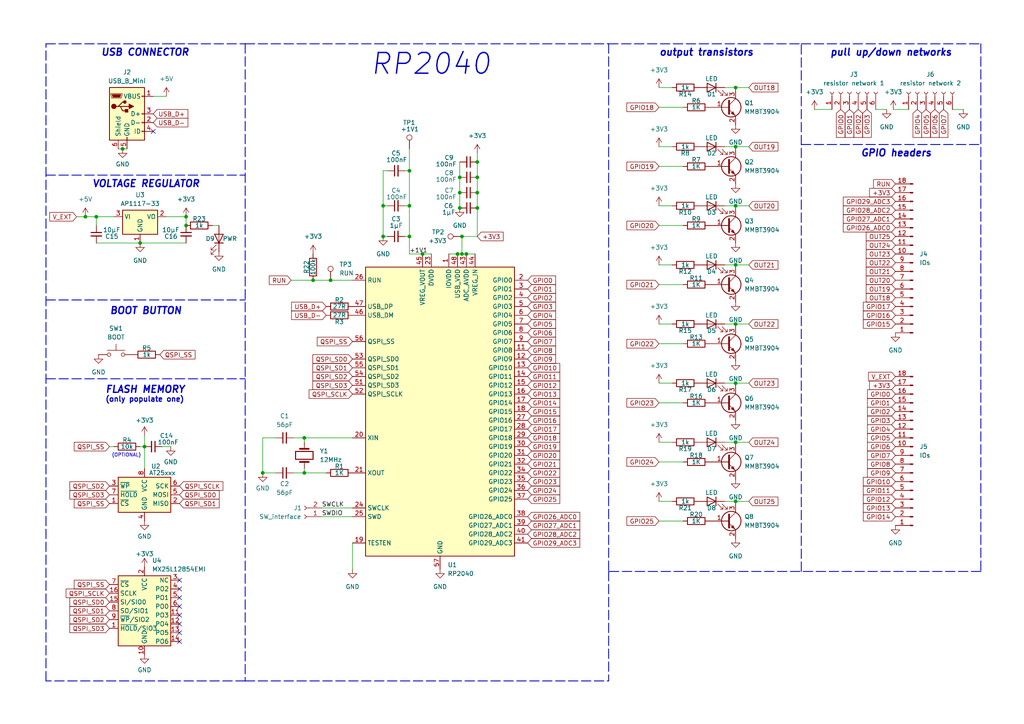
<source format=kicad_sch>
(kicad_sch (version 20230121) (generator eeschema)
  (paper "A4")
  (title_block (title "PowerPiNano") (rev "1.0"))
  (junction (at 53.975 65.405))
  (junction (at 118.745 49.53))
  (junction (at 111.125 59.69))
  (junction (at 138.43 60.325))
  (junction (at 133.985 68.58))
  (junction (at 133.35 60.325))
  (junction (at 213.36 42.545))
  (junction (at 138.43 51.435))
  (junction (at 27.94 62.865))
  (junction (at 88.265 137.16))
  (junction (at 213.36 93.98))
  (junction (at 111.125 68.58))
  (junction (at 118.745 59.69))
  (junction (at 24.765 62.865))
  (junction (at 213.36 25.4))
  (junction (at 133.35 51.435))
  (junction (at 213.36 59.69))
  (junction (at 40.64 70.485))
  (junction (at 95.885 81.28))
  (junction (at 88.265 127))
  (junction (at 138.43 55.88))
  (junction (at 213.36 128.27))
  (junction (at 118.745 68.58))
  (junction (at 132.715 73.66))
  (junction (at 122.555 73.66))
  (junction (at 133.985 73.66))
  (junction (at 76.2 137.16))
  (junction (at 41.91 129.54))
  (junction (at 135.255 73.66))
  (junction (at 213.36 76.835))
  (junction (at 53.975 62.865))
  (junction (at 138.43 46.99))
  (junction (at 213.36 111.125))
  (junction (at 133.35 55.88))
  (junction (at 35.56 43.18))
  (junction (at 213.36 145.415))
  (junction (at 90.805 81.28))
  (no_connect (at 52.07 186.055))
  (no_connect (at 52.07 183.515))
  (no_connect (at 52.07 175.895))
  (no_connect (at 44.45 38.1))
  (no_connect (at 52.07 173.355))
  (no_connect (at 52.07 170.815))
  (no_connect (at 52.07 180.975))
  (no_connect (at 52.07 178.435))
  (no_connect (at 52.07 168.275))
  (wire (pts (xy 210.185 76.835) (xy 213.36 76.835)))
  (wire (pts (xy 210.185 59.69) (xy 213.36 59.69)))
  (wire (pts (xy 31.75 129.54) (xy 33.02 129.54)))
  (wire (pts (xy 210.185 111.125) (xy 213.36 111.125)))
  (wire (pts (xy 213.36 128.27) (xy 213.36 128.905)))
  (wire (pts (xy 213.36 93.98) (xy 217.17 93.98)))
  (wire (pts (xy 276.225 31.75) (xy 279.4 31.75)))
  (wire (pts (xy 130.175 73.66) (xy 132.715 73.66)))
  (wire (pts (xy 210.185 25.4) (xy 213.36 25.4)))
  (wire (pts (xy 138.43 51.435) (xy 138.43 55.88)))
  (wire (pts (xy 85.09 137.16) (xy 88.265 137.16)))
  (wire (pts (xy 111.125 68.58) (xy 112.395 68.58)))
  (wire (pts (xy 191.135 65.405) (xy 198.12 65.405)))
  (wire (pts (xy 84.455 81.28) (xy 90.805 81.28)))
  (polyline (pts (xy 176.53 12.7) (xy 176.53 165.735)) (stroke (width 0.25) (type dash)))
  (wire (pts (xy 213.36 128.27) (xy 217.17 128.27)))
  (wire (pts (xy 118.745 68.58) (xy 117.475 68.58)))
  (wire (pts (xy 118.745 59.69) (xy 118.745 68.58)))
  (wire (pts (xy 191.135 42.545) (xy 194.945 42.545)))
  (wire (pts (xy 93.345 147.32) (xy 102.235 147.32)))
  (wire (pts (xy 213.36 59.69) (xy 217.17 59.69)))
  (polyline (pts (xy 232.41 41.91) (xy 284.48 41.91)) (stroke (width 0.25) (type dash)))
  (wire (pts (xy 213.36 76.835) (xy 217.17 76.835)))
  (wire (pts (xy 191.135 133.985) (xy 198.12 133.985)))
  (wire (pts (xy 138.43 46.99) (xy 138.43 51.435)))
  (wire (pts (xy 138.43 44.45) (xy 138.43 46.99)))
  (wire (pts (xy 35.56 43.18) (xy 36.83 43.18)))
  (wire (pts (xy 213.36 42.545) (xy 217.17 42.545)))
  (wire (pts (xy 213.36 111.125) (xy 217.17 111.125)))
  (polyline (pts (xy 232.41 165.735) (xy 232.41 12.7)) (stroke (width 0.25) (type dash)))
  (wire (pts (xy 133.985 68.58) (xy 133.985 73.66)))
  (wire (pts (xy 133.985 73.66) (xy 135.255 73.66)))
  (polyline (pts (xy 13.335 197.485) (xy 13.335 12.7)) (stroke (width 0.25) (type dash)))
  (wire (pts (xy 122.555 73.66) (xy 125.095 73.66)))
  (wire (pts (xy 133.35 55.88) (xy 133.35 60.325)))
  (wire (pts (xy 88.265 127) (xy 88.265 128.27)))
  (wire (pts (xy 76.2 127) (xy 76.2 137.16)))
  (wire (pts (xy 254 31.75) (xy 257.175 31.75)))
  (polyline (pts (xy 13.335 12.7) (xy 71.12 12.7)) (stroke (width 0.25) (type dash)))
  (wire (pts (xy 132.715 73.66) (xy 133.985 73.66)))
  (wire (pts (xy 118.745 43.18) (xy 118.745 49.53)))
  (wire (pts (xy 88.265 127) (xy 102.235 127)))
  (wire (pts (xy 48.26 27.94) (xy 44.45 27.94)))
  (wire (pts (xy 191.135 111.125) (xy 194.945 111.125)))
  (wire (pts (xy 191.135 59.69) (xy 194.945 59.69)))
  (wire (pts (xy 236.22 31.75) (xy 241.3 31.75)))
  (polyline (pts (xy 71.12 197.485) (xy 13.335 197.485)) (stroke (width 0.25) (type dash)))
  (wire (pts (xy 118.745 59.69) (xy 117.475 59.69)))
  (wire (pts (xy 61.595 65.405) (xy 63.5 65.405)))
  (wire (pts (xy 191.135 99.695) (xy 198.12 99.695)))
  (wire (pts (xy 191.135 93.98) (xy 194.945 93.98)))
  (wire (pts (xy 24.765 62.865) (xy 27.94 62.865)))
  (wire (pts (xy 34.29 43.18) (xy 35.56 43.18)))
  (wire (pts (xy 88.265 135.89) (xy 88.265 137.16)))
  (wire (pts (xy 138.43 60.325) (xy 138.43 68.58)))
  (wire (pts (xy 111.125 59.69) (xy 111.125 68.58)))
  (polyline (pts (xy 71.12 12.7) (xy 71.12 197.485)) (stroke (width 0.25) (type dash)))
  (wire (pts (xy 27.94 65.405) (xy 27.94 62.865)))
  (wire (pts (xy 210.185 128.27) (xy 213.36 128.27)))
  (wire (pts (xy 213.36 111.125) (xy 213.36 111.76)))
  (wire (pts (xy 259.08 31.75) (xy 263.525 31.75)))
  (wire (pts (xy 118.745 73.66) (xy 122.555 73.66)))
  (wire (pts (xy 191.135 48.26) (xy 198.12 48.26)))
  (wire (pts (xy 213.36 25.4) (xy 213.36 26.035)))
  (wire (pts (xy 76.2 127) (xy 80.01 127)))
  (wire (pts (xy 191.135 151.13) (xy 198.12 151.13)))
  (wire (pts (xy 118.745 49.53) (xy 117.475 49.53)))
  (polyline (pts (xy 232.41 12.7) (xy 284.48 12.7)) (stroke (width 0.25) (type dash)))
  (wire (pts (xy 95.885 81.28) (xy 102.235 81.28)))
  (wire (pts (xy 213.36 145.415) (xy 213.36 146.05)))
  (wire (pts (xy 90.805 81.28) (xy 95.885 81.28)))
  (wire (pts (xy 41.91 129.54) (xy 41.91 135.89)))
  (wire (pts (xy 191.135 25.4) (xy 194.945 25.4)))
  (wire (pts (xy 191.135 76.835) (xy 194.945 76.835)))
  (wire (pts (xy 210.185 93.98) (xy 213.36 93.98)))
  (wire (pts (xy 210.185 145.415) (xy 213.36 145.415)))
  (wire (pts (xy 191.135 116.84) (xy 198.12 116.84)))
  (wire (pts (xy 22.225 62.865) (xy 24.765 62.865)))
  (wire (pts (xy 138.43 55.88) (xy 138.43 60.325)))
  (wire (pts (xy 213.36 76.835) (xy 213.36 77.47)))
  (wire (pts (xy 111.125 59.69) (xy 112.395 59.69)))
  (wire (pts (xy 133.985 68.58) (xy 138.43 68.58)))
  (wire (pts (xy 133.35 51.435) (xy 133.35 55.88)))
  (wire (pts (xy 213.36 145.415) (xy 217.17 145.415)))
  (wire (pts (xy 213.36 42.545) (xy 213.36 43.18)))
  (wire (pts (xy 135.255 73.66) (xy 137.795 73.66)))
  (polyline (pts (xy 284.48 165.735) (xy 176.53 165.735)) (stroke (width 0.25) (type dash)))
  (polyline (pts (xy 176.53 165.735) (xy 176.53 197.485)) (stroke (width 0.25) (type dash)))
  (wire (pts (xy 93.345 149.86) (xy 102.235 149.86)))
  (wire (pts (xy 49.53 129.54) (xy 46.99 129.54)))
  (polyline (pts (xy 13.335 50.8) (xy 71.12 50.8)) (stroke (width 0.25) (type dash)))
  (wire (pts (xy 133.35 46.99) (xy 133.35 51.435)))
  (wire (pts (xy 40.64 129.54) (xy 41.91 129.54)))
  (wire (pts (xy 53.975 62.865) (xy 53.975 65.405)))
  (wire (pts (xy 27.94 70.485) (xy 40.64 70.485)))
  (wire (pts (xy 210.185 42.545) (xy 213.36 42.545)))
  (wire (pts (xy 40.64 70.485) (xy 53.975 70.485)))
  (wire (pts (xy 118.745 68.58) (xy 118.745 73.66)))
  (wire (pts (xy 111.125 49.53) (xy 111.125 59.69)))
  (wire (pts (xy 213.36 59.69) (xy 213.36 60.325)))
  (wire (pts (xy 27.94 62.865) (xy 33.02 62.865)))
  (wire (pts (xy 48.26 62.865) (xy 53.975 62.865)))
  (wire (pts (xy 191.135 31.115) (xy 198.12 31.115)))
  (wire (pts (xy 76.2 137.16) (xy 80.01 137.16)))
  (wire (pts (xy 41.91 126.365) (xy 41.91 129.54)))
  (wire (pts (xy 111.125 49.53) (xy 112.395 49.53)))
  (wire (pts (xy 213.36 25.4) (xy 217.17 25.4)))
  (wire (pts (xy 191.135 128.27) (xy 194.945 128.27)))
  (polyline (pts (xy 71.12 12.7) (xy 176.53 12.7)) (stroke (width 0.25) (type dash)))
  (wire (pts (xy 191.135 82.55) (xy 198.12 82.55)))
  (wire (pts (xy 85.09 127) (xy 88.265 127)))
  (polyline (pts (xy 13.335 86.995) (xy 71.12 86.995)) (stroke (width 0.25) (type dash)))
  (polyline (pts (xy 71.12 197.485) (xy 176.53 197.485)) (stroke (width 0.25) (type dash)))
  (wire (pts (xy 213.36 93.98) (xy 213.36 94.615)))
  (polyline (pts (xy 176.53 12.7) (xy 232.41 12.7)) (stroke (width 0.25) (type dash)))
  (wire (pts (xy 88.265 137.16) (xy 94.615 137.16)))
  (wire (pts (xy 118.745 49.53) (xy 118.745 59.69)))
  (wire (pts (xy 191.135 145.415) (xy 194.945 145.415)))
  (polyline (pts (xy 13.335 109.855) (xy 71.12 109.855)) (stroke (width 0.25) (type dash)))
  (wire (pts (xy 102.235 157.48) (xy 102.235 165.1)))
  (polyline (pts (xy 284.48 12.7) (xy 284.48 165.735)) (stroke (width 0.25) (type dash)))
  (text "(only populate one)" (at 30.48 116.84 0) (effects (font (size 1.5 1.5) (thickness 0.3) bold) (justify left bottom)))
  (text "pull up/down networks" (at 240.665 16.51 0) (effects (font (size 2 2) (thickness 0.4) bold italic) (justify left bottom)))
  (text "RP2040" (at 107.315 22.225 0) (effects (font (size 6 6) (thickness 0.4) bold italic) (justify left bottom)))
  (text "GPIO headers" (at 249.555 45.72 0) (effects (font (size 2 2) (thickness 0.4) bold italic) (justify left bottom)))
  (text "USB CONNECTOR" (at 29.21 16.51 0) (effects (font (size 2 2) bold italic) (justify left bottom)))
  (text "output transistors" (at 191.135 16.51 0) (effects (font (size 2 2) (thickness 0.4) bold italic) (justify left bottom)))
  (text "(OPTIONAL)" (at 32.385 132.715 0) (effects (font (size 1 1)) (justify left bottom)))
  (text "BOOT BUTTON" (at 31.75 91.44 0) (effects (font (size 2 2) bold italic) (justify left bottom)))
  (text "VOLTAGE REGULATOR" (at 26.67 54.61 0) (effects (font (size 2 2) bold italic) (justify left bottom)))
  (text "FLASH MEMORY" (at 30.48 114.3 0) (effects (font (size 2 2) bold italic) (justify left bottom)))
  (label "+1V1" (at 118.745 73.66 0))
  (label "SWDIO" (at 93.345 149.86 0))
  (label "SWCLK" (at 93.345 147.32 0))
  (global_label "V_EXT" (shape input) (at 259.715 109.22 180) (property "Intersheetrefs" "${INTERSHEET_REFS}" (effects hide)))
  (global_label "GPIO27_ADC1" (shape input) (at 259.715 63.5 180) (property "Intersheetrefs" "${INTERSHEET_REFS}" (effects hide)))
  (global_label "GPIO16" (shape input) (at 259.715 91.44 180) (property "Intersheetrefs" "${INTERSHEET_REFS}" (effects hide)))
  (global_label "QSPI_SD3" (shape input) (at 102.235 111.76 180) (property "Intersheetrefs" "${INTERSHEET_REFS}" (effects hide)))
  (global_label "+3V3" (shape input) (at 259.715 111.76 180) (property "Intersheetrefs" "${INTERSHEET_REFS}" (effects hide)))
  (global_label "QSPI_SD1" (shape input) (at 102.235 106.68 180) (property "Intersheetrefs" "${INTERSHEET_REFS}" (effects hide)))
  (global_label "OUT23" (shape input) (at 217.17 111.125 0) (property "Intersheetrefs" "${INTERSHEET_REFS}" (effects hide)))
  (global_label "QSPI_SD0" (shape input) (at 52.07 143.51 0) (property "Intersheetrefs" "${INTERSHEET_REFS}" (effects hide)))
  (global_label "GPIO25" (shape input) (at 153.035 144.78 0) (property "Intersheetrefs" "${INTERSHEET_REFS}" (effects hide)))
  (global_label "GPIO11" (shape input) (at 259.715 142.24 180) (property "Intersheetrefs" "${INTERSHEET_REFS}" (effects hide)))
  (global_label "OUT20" (shape input) (at 217.17 59.69 0) (property "Intersheetrefs" "${INTERSHEET_REFS}" (effects hide)))
  (global_label "+3V3" (shape input) (at 138.43 68.58 0) (property "Intersheetrefs" "${INTERSHEET_REFS}" (effects hide)))
  (global_label "OUT22" (shape input) (at 259.715 76.2 180) (property "Intersheetrefs" "${INTERSHEET_REFS}" (effects hide)))
  (global_label "GPIO10" (shape input) (at 259.715 139.7 180) (property "Intersheetrefs" "${INTERSHEET_REFS}" (effects hide)))
  (global_label "GPIO2" (shape input) (at 248.92 31.75 270) (property "Intersheetrefs" "${INTERSHEET_REFS}" (effects hide)))
  (global_label "QSPI_SD2" (shape input) (at 102.235 109.22 180) (property "Intersheetrefs" "${INTERSHEET_REFS}" (effects hide)))
  (global_label "GPIO19" (shape input) (at 191.135 48.26 180) (property "Intersheetrefs" "${INTERSHEET_REFS}" (effects hide)))
  (global_label "GPIO23" (shape input) (at 191.135 116.84 180) (property "Intersheetrefs" "${INTERSHEET_REFS}" (effects hide)))
  (global_label "GPIO4" (shape input) (at 153.035 91.44 0) (property "Intersheetrefs" "${INTERSHEET_REFS}" (effects hide)))
  (global_label "GPIO12" (shape input) (at 259.715 144.78 180) (property "Intersheetrefs" "${INTERSHEET_REFS}" (effects hide)))
  (global_label "GPIO13" (shape input) (at 153.035 114.3 0) (property "Intersheetrefs" "${INTERSHEET_REFS}" (effects hide)))
  (global_label "GPIO29_ADC3" (shape input) (at 153.035 157.48 0) (property "Intersheetrefs" "${INTERSHEET_REFS}" (effects hide)))
  (global_label "GPIO26_ADC0" (shape input) (at 153.035 149.86 0) (property "Intersheetrefs" "${INTERSHEET_REFS}" (effects hide)))
  (global_label "RUN" (shape input) (at 259.715 53.34 180) (property "Intersheetrefs" "${INTERSHEET_REFS}" (effects hide)))
  (global_label "GPIO20" (shape input) (at 191.135 65.405 180) (property "Intersheetrefs" "${INTERSHEET_REFS}" (effects hide)))
  (global_label "OUT19" (shape input) (at 217.17 42.545 0) (property "Intersheetrefs" "${INTERSHEET_REFS}" (effects hide)))
  (global_label "GPIO3" (shape input) (at 251.46 31.75 270) (property "Intersheetrefs" "${INTERSHEET_REFS}" (effects hide)))
  (global_label "GPIO5" (shape input) (at 259.715 127 180) (property "Intersheetrefs" "${INTERSHEET_REFS}" (effects hide)))
  (global_label "USB_D+" (shape input) (at 44.45 33.02 0) (property "Intersheetrefs" "${INTERSHEET_REFS}" (effects hide)))
  (global_label "GPIO6" (shape input) (at 153.035 96.52 0) (property "Intersheetrefs" "${INTERSHEET_REFS}" (effects hide)))
  (global_label "GPIO21" (shape input) (at 191.135 82.55 180) (property "Intersheetrefs" "${INTERSHEET_REFS}" (effects hide)))
  (global_label "GPIO27_ADC1" (shape input) (at 153.035 152.4 0) (property "Intersheetrefs" "${INTERSHEET_REFS}" (effects hide)))
  (global_label "OUT25" (shape input) (at 259.715 68.58 180) (property "Intersheetrefs" "${INTERSHEET_REFS}" (effects hide)))
  (global_label "OUT23" (shape input) (at 259.715 73.66 180) (property "Intersheetrefs" "${INTERSHEET_REFS}" (effects hide)))
  (global_label "QSPI_SD2" (shape input) (at 31.75 179.705 180) (property "Intersheetrefs" "${INTERSHEET_REFS}" (effects hide)))
  (global_label "OUT25" (shape input) (at 217.17 145.415 0) (property "Intersheetrefs" "${INTERSHEET_REFS}" (effects hide)))
  (global_label "GPIO0" (shape input) (at 259.715 114.3 180) (property "Intersheetrefs" "${INTERSHEET_REFS}" (effects hide)))
  (global_label "GPIO14" (shape input) (at 153.035 116.84 0) (property "Intersheetrefs" "${INTERSHEET_REFS}" (effects hide)))
  (global_label "V_EXT" (shape input) (at 22.225 62.865 180) (property "Intersheetrefs" "${INTERSHEET_REFS}" (effects hide)))
  (global_label "GPIO4" (shape input) (at 259.715 124.46 180) (property "Intersheetrefs" "${INTERSHEET_REFS}" (effects hide)))
  (global_label "GPIO18" (shape input) (at 191.135 31.115 180) (property "Intersheetrefs" "${INTERSHEET_REFS}" (effects hide)))
  (global_label "OUT19" (shape input) (at 259.715 83.82 180) (property "Intersheetrefs" "${INTERSHEET_REFS}" (effects hide)))
  (global_label "QSPI_SD2" (shape input) (at 31.75 140.97 180) (property "Intersheetrefs" "${INTERSHEET_REFS}" (effects hide)))
  (global_label "GPIO5" (shape input) (at 153.035 93.98 0) (property "Intersheetrefs" "${INTERSHEET_REFS}" (effects hide)))
  (global_label "+3V3" (shape input) (at 259.715 55.88 180) (property "Intersheetrefs" "${INTERSHEET_REFS}" (effects hide)))
  (global_label "OUT20" (shape input) (at 259.715 81.28 180) (property "Intersheetrefs" "${INTERSHEET_REFS}" (effects hide)))
  (global_label "QSPI_SD0" (shape input) (at 102.235 104.14 180) (property "Intersheetrefs" "${INTERSHEET_REFS}" (effects hide)))
  (global_label "OUT21" (shape input) (at 217.17 76.835 0) (property "Intersheetrefs" "${INTERSHEET_REFS}" (effects hide)))
  (global_label "OUT24" (shape input) (at 217.17 128.27 0) (property "Intersheetrefs" "${INTERSHEET_REFS}" (effects hide)))
  (global_label "GPIO9" (shape input) (at 259.715 137.16 180) (property "Intersheetrefs" "${INTERSHEET_REFS}" (effects hide)))
  (global_label "OUT22" (shape input) (at 217.17 93.98 0) (property "Intersheetrefs" "${INTERSHEET_REFS}" (effects hide)))
  (global_label "QSPI_SD1" (shape input) (at 52.07 146.05 0) (property "Intersheetrefs" "${INTERSHEET_REFS}" (effects hide)))
  (global_label "GPIO15" (shape input) (at 259.715 93.98 180) (property "Intersheetrefs" "${INTERSHEET_REFS}" (effects hide)))
  (global_label "QSPI_SCLK" (shape input) (at 102.235 114.3 180) (property "Intersheetrefs" "${INTERSHEET_REFS}" (effects hide)))
  (global_label "GPIO11" (shape input) (at 153.035 109.22 0) (property "Intersheetrefs" "${INTERSHEET_REFS}" (effects hide)))
  (global_label "GPIO28_ADC2" (shape input) (at 153.035 154.94 0) (property "Intersheetrefs" "${INTERSHEET_REFS}" (effects hide)))
  (global_label "QSPI_SS" (shape input) (at 102.235 99.06 180) (property "Intersheetrefs" "${INTERSHEET_REFS}" (effects hide)))
  (global_label "GPIO6" (shape input) (at 271.145 31.75 270) (property "Intersheetrefs" "${INTERSHEET_REFS}" (effects hide)))
  (global_label "GPIO1" (shape input) (at 246.38 31.75 270) (property "Intersheetrefs" "${INTERSHEET_REFS}" (effects hide)))
  (global_label "GPIO17" (shape input) (at 153.035 124.46 0) (property "Intersheetrefs" "${INTERSHEET_REFS}" (effects hide)))
  (global_label "GPIO17" (shape input) (at 259.715 88.9 180) (property "Intersheetrefs" "${INTERSHEET_REFS}" (effects hide)))
  (global_label "GPIO20" (shape input) (at 153.035 132.08 0) (property "Intersheetrefs" "${INTERSHEET_REFS}" (effects hide)))
  (global_label "GPIO24" (shape input) (at 191.135 133.985 180) (property "Intersheetrefs" "${INTERSHEET_REFS}" (effects hide)))
  (global_label "GPIO1" (shape input) (at 153.035 83.82 0) (property "Intersheetrefs" "${INTERSHEET_REFS}" (effects hide)))
  (global_label "GPIO3" (shape input) (at 153.035 88.9 0) (property "Intersheetrefs" "${INTERSHEET_REFS}" (effects hide)))
  (global_label "GPIO28_ADC2" (shape input) (at 259.715 60.96 180) (property "Intersheetrefs" "${INTERSHEET_REFS}" (effects hide)))
  (global_label "QSPI_SD3" (shape input) (at 31.75 182.245 180) (property "Intersheetrefs" "${INTERSHEET_REFS}" (effects hide)))
  (global_label "GPIO0" (shape input) (at 153.035 81.28 0) (property "Intersheetrefs" "${INTERSHEET_REFS}" (effects hide)))
  (global_label "GPIO22" (shape input) (at 191.135 99.695 180) (property "Intersheetrefs" "${INTERSHEET_REFS}" (effects hide)))
  (global_label "QSPI_SS" (shape input) (at 31.75 146.05 180) (property "Intersheetrefs" "${INTERSHEET_REFS}" (effects hide)))
  (global_label "GPIO26_ADC0" (shape input) (at 259.715 66.04 180) (property "Intersheetrefs" "${INTERSHEET_REFS}" (effects hide)))
  (global_label "GPIO19" (shape input) (at 153.035 129.54 0) (property "Intersheetrefs" "${INTERSHEET_REFS}" (effects hide)))
  (global_label "GPIO7" (shape input) (at 273.685 31.75 270) (property "Intersheetrefs" "${INTERSHEET_REFS}" (effects hide)))
  (global_label "OUT18" (shape input) (at 217.17 25.4 0) (property "Intersheetrefs" "${INTERSHEET_REFS}" (effects hide)))
  (global_label "QSPI_SD0" (shape input) (at 31.75 174.625 180) (property "Intersheetrefs" "${INTERSHEET_REFS}" (effects hide)))
  (global_label "GPIO7" (shape input) (at 259.715 132.08 180) (property "Intersheetrefs" "${INTERSHEET_REFS}" (effects hide)))
  (global_label "OUT24" (shape input) (at 259.715 71.12 180) (property "Intersheetrefs" "${INTERSHEET_REFS}" (effects hide)))
  (global_label "GPIO2" (shape input) (at 259.715 119.38 180) (property "Intersheetrefs" "${INTERSHEET_REFS}" (effects hide)))
  (global_label "USB_D-" (shape input) (at 94.615 91.44 180) (property "Intersheetrefs" "${INTERSHEET_REFS}" (effects hide)))
  (global_label "RUN" (shape input) (at 84.455 81.28 180) (property "Intersheetrefs" "${INTERSHEET_REFS}" (effects hide)))
  (global_label "GPIO12" (shape input) (at 153.035 111.76 0) (property "Intersheetrefs" "${INTERSHEET_REFS}" (effects hide)))
  (global_label "GPIO29_ADC3" (shape input) (at 259.715 58.42 180) (property "Intersheetrefs" "${INTERSHEET_REFS}" (effects hide)))
  (global_label "GPIO16" (shape input) (at 153.035 121.92 0) (property "Intersheetrefs" "${INTERSHEET_REFS}" (effects hide)))
  (global_label "GPIO22" (shape input) (at 153.035 137.16 0) (property "Intersheetrefs" "${INTERSHEET_REFS}" (effects hide)))
  (global_label "QSPI_SCLK" (shape input) (at 31.75 172.085 180) (property "Intersheetrefs" "${INTERSHEET_REFS}" (effects hide)))
  (global_label "USB_D-" (shape input) (at 44.45 35.56 0) (property "Intersheetrefs" "${INTERSHEET_REFS}" (effects hide)))
  (global_label "OUT18" (shape input) (at 259.715 86.36 180) (property "Intersheetrefs" "${INTERSHEET_REFS}" (effects hide)))
  (global_label "GPIO10" (shape input) (at 153.035 106.68 0) (property "Intersheetrefs" "${INTERSHEET_REFS}" (effects hide)))
  (global_label "GPIO14" (shape input) (at 259.715 149.86 180) (property "Intersheetrefs" "${INTERSHEET_REFS}" (effects hide)))
  (global_label "GPIO5" (shape input) (at 268.605 31.75 270) (property "Intersheetrefs" "${INTERSHEET_REFS}" (effects hide)))
  (global_label "GPIO6" (shape input) (at 259.715 129.54 180) (property "Intersheetrefs" "${INTERSHEET_REFS}" (effects hide)))
  (global_label "GPIO23" (shape input) (at 153.035 139.7 0) (property "Intersheetrefs" "${INTERSHEET_REFS}" (effects hide)))
  (global_label "GPIO2" (shape input) (at 153.035 86.36 0) (property "Intersheetrefs" "${INTERSHEET_REFS}" (effects hide)))
  (global_label "GPIO13" (shape input) (at 259.715 147.32 180) (property "Intersheetrefs" "${INTERSHEET_REFS}" (effects hide)))
  (global_label "OUT21" (shape input) (at 259.715 78.74 180) (property "Intersheetrefs" "${INTERSHEET_REFS}" (effects hide)))
  (global_label "GPIO25" (shape input) (at 191.135 151.13 180) (property "Intersheetrefs" "${INTERSHEET_REFS}" (effects hide)))
  (global_label "QSPI_SD3" (shape input) (at 31.75 143.51 180) (property "Intersheetrefs" "${INTERSHEET_REFS}" (effects hide)))
  (global_label "GPIO7" (shape input) (at 153.035 99.06 0) (property "Intersheetrefs" "${INTERSHEET_REFS}" (effects hide)))
  (global_label "GPIO15" (shape input) (at 153.035 119.38 0) (property "Intersheetrefs" "${INTERSHEET_REFS}" (effects hide)))
  (global_label "GPIO1" (shape input) (at 259.715 116.84 180) (property "Intersheetrefs" "${INTERSHEET_REFS}" (effects hide)))
  (global_label "GPIO0" (shape input) (at 243.84 31.75 270) (property "Intersheetrefs" "${INTERSHEET_REFS}" (effects hide)))
  (global_label "GPIO24" (shape input) (at 153.035 142.24 0) (property "Intersheetrefs" "${INTERSHEET_REFS}" (effects hide)))
  (global_label "GPIO21" (shape input) (at 153.035 134.62 0) (property "Intersheetrefs" "${INTERSHEET_REFS}" (effects hide)))
  (global_label "GPIO3" (shape input) (at 259.715 121.92 180) (property "Intersheetrefs" "${INTERSHEET_REFS}" (effects hide)))
  (global_label "GPIO8" (shape input) (at 153.035 101.6 0) (property "Intersheetrefs" "${INTERSHEET_REFS}" (effects hide)))
  (global_label "QSPI_SS" (shape input) (at 46.355 102.87 0) (property "Intersheetrefs" "${INTERSHEET_REFS}" (effects hide)))
  (global_label "QSPI_SD1" (shape input) (at 31.75 177.165 180) (property "Intersheetrefs" "${INTERSHEET_REFS}" (effects hide)))
  (global_label "QSPI_SS" (shape input) (at 31.75 129.54 180) (property "Intersheetrefs" "${INTERSHEET_REFS}" (effects hide)))
  (global_label "GPIO9" (shape input) (at 153.035 104.14 0) (property "Intersheetrefs" "${INTERSHEET_REFS}" (effects hide)))
  (global_label "GPIO8" (shape input) (at 259.715 134.62 180) (property "Intersheetrefs" "${INTERSHEET_REFS}" (effects hide)))
  (global_label "GPIO4" (shape input) (at 266.065 31.75 270) (property "Intersheetrefs" "${INTERSHEET_REFS}" (effects hide)))
  (global_label "USB_D+" (shape input) (at 94.615 88.9 180) (property "Intersheetrefs" "${INTERSHEET_REFS}" (effects hide)))
  (global_label "GPIO18" (shape input) (at 153.035 127 0) (property "Intersheetrefs" "${INTERSHEET_REFS}" (effects hide)))
  (global_label "QSPI_SCLK" (shape input) (at 52.07 140.97 0) (property "Intersheetrefs" "${INTERSHEET_REFS}" (effects hide)))
  (global_label "QSPI_SS" (shape input) (at 31.75 169.545 180) (property "Intersheetrefs" "${INTERSHEET_REFS}" (effects hide)))
  (symbol (lib_id "power:GND") (at 213.36 104.775 0) (unit 1)
    (property "Reference" "#PWR024" (effects hide))
    (property "Value" "GND" (at 213.36 109.855 0))
  )
  (symbol (lib_id "Connector:Conn_01x18_Pin") (at 264.795 76.2 180) (unit 1)
    (property "Reference" "J4" (at 266.7 73.66 0) (effects (justify right)))
    (property "Value" "IOs" (at 266.7 76.2 0) (effects (justify right)))
    (property "Footprint" "Connector_PinHeader_2.54mm:PinHeader_1x18_P2.54mm_Vertical" (effects hide))
  )
  (symbol (lib_id "Device:LED") (at 206.375 25.4 0) (mirror y) (unit 1)
    (property "Reference" "D1" (at 206.375 27.305 0))
    (property "Value" "LED" (at 206.375 22.86 0))
    (property "Footprint" "LED_SMD:LED_0603_1608Metric" (effects hide))
  )
  (symbol (lib_id "Connector:TestPoint") (at 95.885 81.28 0) (unit 1)
    (property "Reference" "TP3" (at 98.425 76.708 0) (effects (justify left)))
    (property "Value" "RUN" (at 98.425 79.248 0) (effects (justify left)))
    (property "Footprint" "TestPoint:TestPoint_Pad_D1.0mm" (effects hide))
  )
  (symbol (lib_id "MCU_RaspberryPi:RP2040") (at 127.635 119.38 0) (unit 1)
    (property "Reference" "U1" (at 129.8291 163.83 0) (effects (justify left)))
    (property "Value" "RP2040" (at 129.8291 166.37 0) (effects (justify left)))
    (property "Footprint" "Package_DFN_QFN:QFN-56-1EP_7x7mm_P0.4mm_EP3.2x3.2mm" (effects hide))
    (property "Datasheet" "https://datasheets.raspberrypi.com/rp2040/rp2040-datasheet.pdf" (effects hide))
  )
  (symbol (lib_id "power:GND") (at 259.715 96.52 0) (unit 1)
    (property "Reference" "#PWR037" (effects hide))
    (property "Value" "GND" (at 259.715 101.6 0))
  )
  (symbol (lib_id "Device:R") (at 198.755 25.4 270) (unit 1)
    (property "Reference" "R14" (at 198.755 27.305 90))
    (property "Value" "1k" (at 198.755 25.4 90))
    (property "Footprint" "Resistor_SMD:R_MiniMELF_MMA-0204" (effects hide))
  )
  (symbol (lib_id "Connector:USB_B_Mini") (at 36.83 33.02 0) (unit 1)
    (property "Reference" "J2" (at 36.83 20.955 0))
    (property "Value" "USB_B_Mini" (at 36.83 23.495 0))
    (property "Footprint" "miscellaneous:Mini_USB" (effects hide))
  )
  (symbol (lib_id "Device:C_Small") (at 135.89 60.325 90) (unit 1)
    (property "Reference" "C6" (at 131.445 59.69 90) (effects (justify left)))
    (property "Value" "1µF" (at 132.08 61.595 90) (effects (justify left)))
    (property "Footprint" "Capacitor_SMD:C_0805_2012Metric" (effects hide))
  )
  (symbol (lib_id "power:+3V3") (at 259.08 31.75 0) (unit 1)
    (property "Reference" "#PWR018" (effects hide))
    (property "Value" "+3V3" (at 259.08 26.67 0))
  )
  (symbol (lib_id "power:GND") (at 40.64 70.485 0) (unit 1)
    (property "Reference" "#PWR013" (effects hide))
    (property "Value" "GND" (at 40.64 75.565 0))
  )
  (symbol (lib_id "power:GND") (at 213.36 139.065 0) (unit 1)
    (property "Reference" "#PWR022" (effects hide))
    (property "Value" "GND" (at 213.36 144.145 0))
  )
  (symbol (lib_id "Transistor_BJT:MMBT3904") (at 210.82 99.695 0) (unit 1)
    (property "Reference" "Q5" (at 215.9 98.425 0) (effects (justify left)))
    (property "Value" "MMBT3904" (at 215.9 100.965 0) (effects (justify left)))
    (property "Footprint" "Package_TO_SOT_SMD:SOT-23" (effects hide))
    (property "Datasheet" "https://www.onsemi.com/pdf/datasheet/pzt3904-d.pdf" (effects hide))
  )
  (symbol (lib_id "Device:C_Small") (at 82.55 137.16 90) (unit 1)
    (property "Reference" "C2" (at 82.55 140.335 90))
    (property "Value" "56pF" (at 82.55 142.875 90))
    (property "Footprint" "Capacitor_SMD:C_0805_2012Metric" (effects hide))
  )
  (symbol (lib_id "power:GND") (at 41.91 151.13 0) (unit 1)
    (property "Reference" "#PWR06" (effects hide))
    (property "Value" "GND" (at 41.91 155.575 0))
  )
  (symbol (lib_id "power:+3V3") (at 191.135 111.125 0) (unit 1)
    (property "Reference" "#PWR034" (effects hide))
    (property "Value" "+3V3" (at 191.135 106.045 0))
  )
  (symbol (lib_id "power:GND") (at 111.125 68.58 0) (unit 1)
    (property "Reference" "#PWR04" (effects hide))
    (property "Value" "GND" (at 111.125 73.66 0))
  )
  (symbol (lib_id "Connector:Conn_01x06_Socket") (at 246.38 26.67 90) (unit 1)
    (property "Reference" "J3" (at 247.65 21.59 90))
    (property "Value" "resistor network 1" (at 247.65 24.13 90))
    (property "Footprint" "Connector_PinSocket_2.54mm:PinSocket_1x06_P2.54mm_Vertical" (effects hide))
  )
  (symbol (lib_id "Device:R") (at 201.93 99.695 90) (unit 1)
    (property "Reference" "R13" (at 201.93 97.79 90))
    (property "Value" "1K" (at 201.93 99.695 90))
    (property "Footprint" "Resistor_SMD:R_MiniMELF_MMA-0204" (effects hide))
  )
  (symbol (lib_id "power:+5V") (at 48.26 27.94 0) (unit 1)
    (property "Reference" "#PWR015" (effects hide))
    (property "Value" "+5V" (at 48.26 22.86 0))
  )
  (symbol (lib_id "power:+3V3") (at 41.91 126.365 0) (unit 1)
    (property "Reference" "#PWR010" (effects hide))
    (property "Value" "+3V3" (at 41.91 121.92 0))
  )
  (symbol (lib_id "Device:R") (at 198.755 93.98 270) (unit 1)
    (property "Reference" "R15" (at 198.755 95.885 90))
    (property "Value" "1k" (at 198.755 93.98 90))
    (property "Footprint" "Resistor_SMD:R_MiniMELF_MMA-0204" (effects hide))
  )
  (symbol (lib_id "Transistor_BJT:MMBT3904") (at 210.82 48.26 0) (unit 1)
    (property "Reference" "Q2" (at 215.9 46.99 0) (effects (justify left)))
    (property "Value" "MMBT3904" (at 215.9 49.53 0) (effects (justify left)))
    (property "Footprint" "Package_TO_SOT_SMD:SOT-23" (effects hide))
    (property "Datasheet" "https://www.onsemi.com/pdf/datasheet/pzt3904-d.pdf" (effects hide))
  )
  (symbol (lib_id "power:GND") (at 279.4 31.75 0) (unit 1)
    (property "Reference" "#PWR039" (effects hide))
    (property "Value" "GND" (at 279.4 36.83 0))
  )
  (symbol (lib_id "power:+3V3") (at 41.91 164.465 0) (unit 1)
    (property "Reference" "#PWR017" (effects hide))
    (property "Value" "+3V3" (at 41.91 160.655 0))
  )
  (symbol (lib_id "Device:R") (at 201.93 133.985 90) (unit 1)
    (property "Reference" "R18" (at 201.93 132.08 90))
    (property "Value" "1K" (at 201.93 133.985 90))
    (property "Footprint" "Resistor_SMD:R_MiniMELF_MMA-0204" (effects hide))
  )
  (symbol (lib_id "Device:R") (at 201.93 31.115 90) (unit 1)
    (property "Reference" "R6" (at 201.93 29.21 90))
    (property "Value" "1K" (at 201.93 31.115 90))
    (property "Footprint" "Resistor_SMD:R_MiniMELF_MMA-0204" (effects hide))
  )
  (symbol (lib_id "Device:C_Small") (at 135.89 51.435 270) (unit 1)
    (property "Reference" "C8" (at 128.905 50.165 90) (effects (justify left)))
    (property "Value" "100nF" (at 126.365 52.07 90) (effects (justify left)))
    (property "Footprint" "Capacitor_SMD:C_0805_2012Metric" (effects hide))
  )
  (symbol (lib_id "power:GND") (at 259.715 152.4 0) (unit 1)
    (property "Reference" "#PWR038" (effects hide))
    (property "Value" "GND" (at 259.715 157.48 0))
  )
  (symbol (lib_id "Device:R") (at 201.93 116.84 90) (unit 1)
    (property "Reference" "R16" (at 201.93 114.935 90))
    (property "Value" "1K" (at 201.93 116.84 90))
    (property "Footprint" "Resistor_SMD:R_MiniMELF_MMA-0204" (effects hide))
  )
  (symbol (lib_id "Device:R") (at 98.425 137.16 90) (unit 1)
    (property "Reference" "R1" (at 98.425 135.255 90))
    (property "Value" "1K" (at 98.425 137.16 90))
    (property "Footprint" "Resistor_SMD:R_MiniMELF_MMA-0204" (effects hide))
  )
  (symbol (lib_id "Device:R") (at 198.755 76.835 270) (unit 1)
    (property "Reference" "R12" (at 198.755 78.74 90))
    (property "Value" "1k" (at 198.755 76.835 90))
    (property "Footprint" "Resistor_SMD:R_MiniMELF_MMA-0204" (effects hide))
  )
  (symbol (lib_id "power:GND") (at 63.5 73.025 0) (unit 1)
    (property "Reference" "#PWR041" (effects hide))
    (property "Value" "GND" (at 63.5 78.105 0))
  )
  (symbol (lib_id "Connector:Conn_01x18_Pin") (at 264.795 132.08 180) (unit 1)
    (property "Reference" "J5" (at 266.7 129.54 0) (effects (justify right)))
    (property "Value" "IOs" (at 266.7 132.08 0) (effects (justify right)))
    (property "Footprint" "Connector_PinHeader_2.54mm:PinHeader_1x18_P2.54mm_Vertical" (effects hide))
  )
  (symbol (lib_id "Device:C_Small") (at 135.89 55.88 270) (unit 1)
    (property "Reference" "C7" (at 128.905 55.245 90) (effects (justify left)))
    (property "Value" "100nF" (at 126.365 57.15 90) (effects (justify left)))
    (property "Footprint" "Capacitor_SMD:C_0805_2012Metric" (effects hide))
  )
  (symbol (lib_id "Transistor_BJT:MMBT3904") (at 210.82 116.84 0) (unit 1)
    (property "Reference" "Q6" (at 215.9 115.57 0) (effects (justify left)))
    (property "Value" "MMBT3904" (at 215.9 118.11 0) (effects (justify left)))
    (property "Footprint" "Package_TO_SOT_SMD:SOT-23" (effects hide))
    (property "Datasheet" "https://www.onsemi.com/pdf/datasheet/pzt3904-d.pdf" (effects hide))
  )
  (symbol (lib_id "power:+3V3") (at 191.135 42.545 0) (unit 1)
    (property "Reference" "#PWR030" (effects hide))
    (property "Value" "+3V3" (at 191.135 37.465 0))
  )
  (symbol (lib_id "Device:C_Small") (at 44.45 129.54 270) (unit 1)
    (property "Reference" "C14" (at 46.355 126.365 90) (effects (justify left)))
    (property "Value" "100nF" (at 45.72 128.27 90) (effects (justify left)))
    (property "Footprint" "Capacitor_SMD:C_0805_2012Metric" (effects hide))
  )
  (symbol (lib_id "Memory_EEPROM:AT25xxx") (at 41.91 143.51 0) (unit 1)
    (property "Reference" "U2" (at 43.815 135.255 0) (effects (justify left)))
    (property "Value" "AT25xxx" (at 43.18 137.16 0) (effects (justify left)))
    (property "Footprint" "Package_SO:SOIC-8W_5.3x5.3mm_P1.27mm" (effects hide))
    (property "Datasheet" "http://ww1.microchip.com/downloads/en/DeviceDoc/Atmel-8707-SEEPROM-AT25010B-020B-040B-Datasheet.pdf" (effects hide))
  )
  (symbol (lib_id "Device:LED") (at 63.5 69.215 270) (mirror x) (unit 1)
    (property "Reference" "D9" (at 60.96 69.215 90))
    (property "Value" "PWR" (at 66.675 69.215 90))
    (property "Footprint" "LED_SMD:LED_0603_1608Metric" (effects hide))
  )
  (symbol (lib_id "Device:R") (at 98.425 91.44 90) (unit 1)
    (property "Reference" "R3" (at 98.425 93.345 90))
    (property "Value" "27R" (at 98.425 91.44 90))
    (property "Footprint" "Resistor_SMD:R_MiniMELF_MMA-0204" (effects hide))
  )
  (symbol (lib_id "power:+5V") (at 24.765 62.865 0) (unit 1)
    (property "Reference" "#PWR012" (effects hide))
    (property "Value" "+5V" (at 24.765 57.785 0))
  )
  (symbol (lib_id "power:GND") (at 213.36 156.21 0) (unit 1)
    (property "Reference" "#PWR021" (effects hide))
    (property "Value" "GND" (at 213.36 161.29 0))
  )
  (symbol (lib_id "power:GND") (at 41.91 189.865 0) (unit 1)
    (property "Reference" "#PWR019" (effects hide))
    (property "Value" "GND" (at 41.91 194.31 0))
  )
  (symbol (lib_id "Device:R") (at 198.755 145.415 270) (unit 1)
    (property "Reference" "R21" (at 198.755 147.32 90))
    (property "Value" "1k" (at 198.755 145.415 90))
    (property "Footprint" "Resistor_SMD:R_MiniMELF_MMA-0204" (effects hide))
  )
  (symbol (lib_id "Device:R") (at 198.755 111.125 270) (unit 1)
    (property "Reference" "R17" (at 198.755 113.03 90))
    (property "Value" "1k" (at 198.755 111.125 90))
    (property "Footprint" "Resistor_SMD:R_MiniMELF_MMA-0204" (effects hide))
  )
  (symbol (lib_id "Transistor_BJT:MMBT3904") (at 210.82 31.115 0) (unit 1)
    (property "Reference" "Q1" (at 215.9 29.845 0) (effects (justify left)))
    (property "Value" "MMBT3904" (at 215.9 32.385 0) (effects (justify left)))
    (property "Footprint" "Package_TO_SOT_SMD:SOT-23" (effects hide))
    (property "Datasheet" "https://www.onsemi.com/pdf/datasheet/pzt3904-d.pdf" (effects hide))
  )
  (symbol (lib_id "power:+3V3") (at 191.135 145.415 0) (unit 1)
    (property "Reference" "#PWR036" (effects hide))
    (property "Value" "+3V3" (at 191.135 140.335 0))
  )
  (symbol (lib_id "power:+3V3") (at 191.135 93.98 0) (unit 1)
    (property "Reference" "#PWR033" (effects hide))
    (property "Value" "+3V3" (at 191.135 88.9 0))
  )
  (symbol (lib_id "Device:C_Small") (at 135.89 46.99 270) (unit 1)
    (property "Reference" "C9" (at 128.905 45.72 90) (effects (justify left)))
    (property "Value" "100nF" (at 126.365 47.625 90) (effects (justify left)))
    (property "Footprint" "Capacitor_SMD:C_0805_2012Metric" (effects hide))
  )
  (symbol (lib_id "power:GND") (at 76.2 137.16 0) (unit 1)
    (property "Reference" "#PWR03" (effects hide))
    (property "Value" "GND" (at 76.2 141.605 0))
  )
  (symbol (lib_id "Transistor_BJT:MMBT3904") (at 210.82 65.405 0) (unit 1)
    (property "Reference" "Q3" (at 215.9 64.135 0) (effects (justify left)))
    (property "Value" "MMBT3904" (at 215.9 66.675 0) (effects (justify left)))
    (property "Footprint" "Package_TO_SOT_SMD:SOT-23" (effects hide))
    (property "Datasheet" "https://www.onsemi.com/pdf/datasheet/pzt3904-d.pdf" (effects hide))
  )
  (symbol (lib_id "power:GND") (at 213.36 121.92 0) (unit 1)
    (property "Reference" "#PWR023" (effects hide))
    (property "Value" "GND" (at 213.36 127 0))
  )
  (symbol (lib_id "Transistor_BJT:MMBT3904") (at 210.82 133.985 0) (unit 1)
    (property "Reference" "Q7" (at 215.9 132.715 0) (effects (justify left)))
    (property "Value" "MMBT3904" (at 215.9 135.255 0) (effects (justify left)))
    (property "Footprint" "Package_TO_SOT_SMD:SOT-23" (effects hide))
    (property "Datasheet" "https://www.onsemi.com/pdf/datasheet/pzt3904-d.pdf" (effects hide))
  )
  (symbol (lib_id "Device:R") (at 57.785 65.405 90) (unit 1)
    (property "Reference" "R23" (at 57.785 63.5 90))
    (property "Value" "1k" (at 57.785 65.405 90))
    (property "Footprint" "Resistor_SMD:R_MiniMELF_MMA-0204" (effects hide))
  )
  (symbol (lib_id "power:GND") (at 213.36 53.34 0) (unit 1)
    (property "Reference" "#PWR027" (effects hide))
    (property "Value" "GND" (at 213.36 58.42 0))
  )
  (symbol (lib_id "Device:R") (at 198.755 42.545 270) (unit 1)
    (property "Reference" "R8" (at 198.755 44.45 90))
    (property "Value" "1k" (at 198.755 42.545 90))
    (property "Footprint" "Resistor_SMD:R_MiniMELF_MMA-0204" (effects hide))
  )
  (symbol (lib_id "Transistor_BJT:MMBT3904") (at 210.82 82.55 0) (unit 1)
    (property "Reference" "Q4" (at 215.9 81.28 0) (effects (justify left)))
    (property "Value" "MMBT3904" (at 215.9 83.82 0) (effects (justify left)))
    (property "Footprint" "Package_TO_SOT_SMD:SOT-23" (effects hide))
    (property "Datasheet" "https://www.onsemi.com/pdf/datasheet/pzt3904-d.pdf" (effects hide))
  )
  (symbol (lib_id "Device:R") (at 198.755 128.27 270) (unit 1)
    (property "Reference" "R19" (at 198.755 130.175 90))
    (property "Value" "1k" (at 198.755 128.27 90))
    (property "Footprint" "Resistor_SMD:R_MiniMELF_MMA-0204" (effects hide))
  )
  (symbol (lib_id "Device:R") (at 201.93 48.26 90) (unit 1)
    (property "Reference" "R7" (at 201.93 46.355 90))
    (property "Value" "1K" (at 201.93 48.26 90))
    (property "Footprint" "Resistor_SMD:R_MiniMELF_MMA-0204" (effects hide))
  )
  (symbol (lib_id "Device:R") (at 42.545 102.87 90) (unit 1)
    (property "Reference" "R5" (at 42.545 100.965 90))
    (property "Value" "1k" (at 42.545 102.87 90))
    (property "Footprint" "Resistor_SMD:R_MiniMELF_MMA-0204" (effects hide))
  )
  (symbol (lib_id "Device:LED") (at 206.375 128.27 0) (mirror y) (unit 1)
    (property "Reference" "D7" (at 206.375 130.175 0))
    (property "Value" "LED" (at 206.375 125.73 0))
    (property "Footprint" "LED_SMD:LED_0603_1608Metric" (effects hide))
  )
  (symbol (lib_id "Regulator_Linear:AP1117-33") (at 40.64 62.865 0) (unit 1)
    (property "Reference" "U3" (at 40.64 56.515 0))
    (property "Value" "AP1117-33" (at 40.64 59.055 0))
    (property "Footprint" "Package_TO_SOT_SMD:SOT-223-3_TabPin2" (effects hide))
    (property "Datasheet" "http://www.diodes.com/datasheets/AP1117.pdf" (effects hide))
  )
  (symbol (lib_id "power:GND") (at 257.175 31.75 0) (unit 1)
    (property "Reference" "#PWR020" (effects hide))
    (property "Value" "GND" (at 257.175 36.83 0))
  )
  (symbol (lib_id "Device:C_Small") (at 82.55 127 90) (unit 1)
    (property "Reference" "C1" (at 82.55 120.65 90))
    (property "Value" "56pF" (at 82.55 123.19 90))
    (property "Footprint" "Capacitor_SMD:C_0805_2012Metric" (effects hide))
  )
  (symbol (lib_id "Device:LED") (at 206.375 93.98 0) (mirror y) (unit 1)
    (property "Reference" "D5" (at 206.375 95.885 0))
    (property "Value" "LED" (at 206.375 91.44 0))
    (property "Footprint" "LED_SMD:LED_0603_1608Metric" (effects hide))
  )
  (symbol (lib_id "power:+3V3") (at 53.975 62.865 0) (unit 1)
    (property "Reference" "#PWR014" (effects hide))
    (property "Value" "+3V3" (at 53.975 57.785 0))
  )
  (symbol (lib_id "Device:R") (at 36.83 129.54 90) (unit 1)
    (property "Reference" "R4" (at 36.83 127.635 90))
    (property "Value" "10k" (at 36.83 129.54 90))
    (property "Footprint" "Resistor_SMD:R_MiniMELF_MMA-0204" (effects hide))
  )
  (symbol (lib_id "Device:LED") (at 206.375 76.835 0) (mirror y) (unit 1)
    (property "Reference" "D4" (at 206.375 78.74 0))
    (property "Value" "LED" (at 206.375 74.295 0))
    (property "Footprint" "LED_SMD:LED_0603_1608Metric" (effects hide))
  )
  (symbol (lib_id "Device:R") (at 201.93 151.13 90) (unit 1)
    (property "Reference" "R20" (at 201.93 149.225 90))
    (property "Value" "1K" (at 201.93 151.13 90))
    (property "Footprint" "Resistor_SMD:R_MiniMELF_MMA-0204" (effects hide))
  )
  (symbol (lib_id "Connector:Conn_01x02_Socket") (at 88.265 149.86 180) (unit 1)
    (property "Reference" "J1" (at 86.36 147.32 0))
    (property "Value" "SW_interface" (at 81.28 149.86 0))
    (property "Footprint" "Connector_PinHeader_2.54mm:PinHeader_1x02_P2.54mm_Vertical" (effects hide))
  )
  (symbol (lib_id "power:+3V3") (at 191.135 59.69 0) (unit 1)
    (property "Reference" "#PWR031" (effects hide))
    (property "Value" "+3V3" (at 191.135 54.61 0))
  )
  (symbol (lib_id "power:GND") (at 133.35 60.325 0) (unit 1)
    (property "Reference" "#PWR08" (effects hide))
    (property "Value" "GND" (at 133.35 65.405 0))
  )
  (symbol (lib_id "power:+3V3") (at 191.135 128.27 0) (unit 1)
    (property "Reference" "#PWR035" (effects hide))
    (property "Value" "+3V3" (at 191.135 123.19 0))
  )
  (symbol (lib_id "Device:R") (at 201.93 82.55 90) (unit 1)
    (property "Reference" "R11" (at 201.93 80.645 90))
    (property "Value" "1K" (at 201.93 82.55 90))
    (property "Footprint" "Resistor_SMD:R_MiniMELF_MMA-0204" (effects hide))
  )
  (symbol (lib_id "Connector:Conn_01x06_Socket") (at 268.605 26.67 90) (unit 1)
    (property "Reference" "J6" (at 269.875 21.59 90))
    (property "Value" "resistor network 2" (at 269.875 24.13 90))
    (property "Footprint" "Connector_PinSocket_2.54mm:PinSocket_1x06_P2.54mm_Vertical" (effects hide))
  )
  (symbol (lib_id "power:+3V3") (at 191.135 76.835 0) (unit 1)
    (property "Reference" "#PWR032" (effects hide))
    (property "Value" "+3V3" (at 191.135 71.755 0))
  )
  (symbol (lib_id "Device:LED") (at 206.375 145.415 0) (mirror y) (unit 1)
    (property "Reference" "D8" (at 206.375 147.32 0))
    (property "Value" "LED" (at 206.375 142.875 0))
    (property "Footprint" "LED_SMD:LED_0603_1608Metric" (effects hide))
  )
  (symbol (lib_id "power:GND") (at 213.36 70.485 0) (unit 1)
    (property "Reference" "#PWR026" (effects hide))
    (property "Value" "GND" (at 213.36 75.565 0))
  )
  (symbol (lib_id "power:GND") (at 213.36 36.195 0) (unit 1)
    (property "Reference" "#PWR028" (effects hide))
    (property "Value" "GND" (at 213.36 41.275 0))
  )
  (symbol (lib_id "power:GND") (at 213.36 87.63 0) (unit 1)
    (property "Reference" "#PWR025" (effects hide))
    (property "Value" "GND" (at 213.36 92.71 0))
  )
  (symbol (lib_id "power:GND") (at 127.635 165.1 0) (unit 1)
    (property "Reference" "#PWR01" (effects hide))
    (property "Value" "GND" (at 127.635 170.18 0))
  )
  (symbol (lib_id "Device:C_Small") (at 27.94 67.945 0) (unit 1)
    (property "Reference" "C15" (at 30.48 68.58 0) (effects (justify left)))
    (property "Value" "10µF" (at 29.845 66.675 0) (effects (justify left)))
    (property "Footprint" "Capacitor_SMD:CP_Elec_4x3" (effects hide))
  )
  (symbol (lib_id "Device:R") (at 90.805 77.47 180) (unit 1)
    (property "Reference" "R22" (at 88.9 77.47 90))
    (property "Value" "100k" (at 90.805 77.47 90))
    (property "Footprint" "Resistor_SMD:R_MiniMELF_MMA-0204" (effects hide))
  )
  (symbol (lib_id "Switch:SW_Push") (at 33.655 102.87 0) (unit 1)
    (property "Reference" "SW1" (at 33.655 95.25 0))
    (property "Value" "BOOT" (at 33.655 97.79 0))
    (property "Footprint" "miscellaneous:6x6mm_smd_tactile_button" (effects hide))
  )
  (symbol (lib_id "Connector:TestPoint") (at 133.985 68.58 90) (unit 1)
    (property "Reference" "TP2" (at 128.905 67.31 90) (effects (justify left)))
    (property "Value" "+3V3" (at 129.54 69.85 90) (effects (justify left)))
    (property "Footprint" "TestPoint:TestPoint_Pad_D1.0mm" (effects hide))
  )
  (symbol (lib_id "power:+3V3") (at 191.135 25.4 0) (unit 1)
    (property "Reference" "#PWR029" (effects hide))
    (property "Value" "+3V3" (at 191.135 20.32 0))
  )
  (symbol (lib_id "Device:C_Small") (at 53.975 67.945 0) (unit 1)
    (property "Reference" "C16" (at 47.625 68.58 0) (effects (justify left)))
    (property "Value" "10µF" (at 46.99 66.675 0) (effects (justify left)))
    (property "Footprint" "Capacitor_SMD:CP_Elec_4x3" (effects hide))
  )
  (symbol (lib_id "Device:R") (at 201.93 65.405 90) (unit 1)
    (property "Reference" "R9" (at 201.93 63.5 90))
    (property "Value" "1K" (at 201.93 65.405 90))
    (property "Footprint" "Resistor_SMD:R_MiniMELF_MMA-0204" (effects hide))
  )
  (symbol (lib_id "Device:LED") (at 206.375 59.69 0) (mirror y) (unit 1)
    (property "Reference" "D3" (at 206.375 61.595 0))
    (property "Value" "LED" (at 206.375 57.15 0))
    (property "Footprint" "LED_SMD:LED_0603_1608Metric" (effects hide))
  )
  (symbol (lib_id "power:GND") (at 35.56 43.18 0) (unit 1)
    (property "Reference" "#PWR016" (effects hide))
    (property "Value" "GND" (at 35.56 47.625 0))
  )
  (symbol (lib_id "Device:Crystal") (at 88.265 132.08 90) (unit 1)
    (property "Reference" "Y1" (at 92.71 130.81 90) (effects (justify right)))
    (property "Value" "12MHz" (at 92.71 133.35 90) (effects (justify right)))
    (property "Footprint" "Crystal:Crystal_HC49-4H_Vertical" (effects hide))
  )
  (symbol (lib_id "Transistor_BJT:MMBT3904") (at 210.82 151.13 0) (unit 1)
    (property "Reference" "Q8" (at 215.9 149.86 0) (effects (justify left)))
    (property "Value" "MMBT3904" (at 215.9 152.4 0) (effects (justify left)))
    (property "Footprint" "Package_TO_SOT_SMD:SOT-23" (effects hide))
    (property "Datasheet" "https://www.onsemi.com/pdf/datasheet/pzt3904-d.pdf" (effects hide))
  )
  (symbol (lib_id "Device:C_Small") (at 114.935 49.53 90) (unit 1)
    (property "Reference" "C5" (at 116.205 44.45 90) (effects (justify left)))
    (property "Value" "100nF" (at 118.11 46.355 90) (effects (justify left)))
    (property "Footprint" "Capacitor_SMD:C_0805_2012Metric" (effects hide))
  )
  (symbol (lib_id "power:GND") (at 28.575 102.87 0) (unit 1)
    (property "Reference" "#PWR011" (effects hide))
    (property "Value" "GND" (at 28.575 107.95 0))
  )
  (symbol (lib_id "Device:R") (at 198.755 59.69 270) (unit 1)
    (property "Reference" "R10" (at 198.755 61.595 90))
    (property "Value" "1k" (at 198.755 59.69 90))
    (property "Footprint" "Resistor_SMD:R_MiniMELF_MMA-0204" (effects hide))
  )
  (symbol (lib_id "power:+3V3") (at 90.805 73.66 0) (unit 1)
    (property "Reference" "#PWR040" (effects hide))
    (property "Value" "+3V3" (at 90.805 68.58 0))
  )
  (symbol (lib_id "Connector:TestPoint") (at 118.745 43.18 0) (unit 1)
    (property "Reference" "TP1" (at 116.84 35.56 0) (effects (justify left)))
    (property "Value" "+1V1" (at 116.205 37.465 0) (effects (justify left)))
    (property "Footprint" "TestPoint:TestPoint_Pad_D1.0mm" (effects hide))
  )
  (symbol (lib_id "Device:R") (at 98.425 88.9 90) (unit 1)
    (property "Reference" "R2" (at 98.425 86.995 90))
    (property "Value" "27R" (at 98.425 88.9 90))
    (property "Footprint" "Resistor_SMD:R_MiniMELF_MMA-0204" (effects hide))
  )
  (symbol (lib_id "Device:C_Small") (at 114.935 68.58 90) (unit 1)
    (property "Reference" "C3" (at 116.205 63.5 90) (effects (justify left)))
    (property "Value" "1µF" (at 116.84 65.405 90) (effects (justify left)))
    (property "Footprint" "Capacitor_SMD:C_0805_2012Metric" (effects hide))
  )
  (symbol (lib_id "power:+3V3") (at 236.22 31.75 0) (unit 1)
    (property "Reference" "#PWR09" (effects hide))
    (property "Value" "+3V3" (at 236.22 26.67 0))
  )
  (symbol (lib_id "Device:LED") (at 206.375 111.125 0) (mirror y) (unit 1)
    (property "Reference" "D6" (at 206.375 113.03 0))
    (property "Value" "LED" (at 206.375 108.585 0))
    (property "Footprint" "LED_SMD:LED_0603_1608Metric" (effects hide))
  )
  (symbol (lib_id "Device:LED") (at 206.375 42.545 0) (mirror y) (unit 1)
    (property "Reference" "D2" (at 206.375 44.45 0))
    (property "Value" "LED" (at 206.375 40.005 0))
    (property "Footprint" "LED_SMD:LED_0603_1608Metric" (effects hide))
  )
  (symbol (lib_id "power:GND") (at 102.235 165.1 0) (unit 1)
    (property "Reference" "#PWR02" (effects hide))
    (property "Value" "GND" (at 102.235 170.18 0))
  )
  (symbol (lib_id "power:+3V3") (at 138.43 44.45 0) (unit 1)
    (property "Reference" "#PWR05" (effects hide))
    (property "Value" "+3V3" (at 138.43 39.37 0))
  )
  (symbol (lib_id "miscallaneous:MX25L12854EMI") (at 44.45 164.465 0) (unit 1)
    (property "Reference" "U4" (at 44.1041 162.56 0) (effects (justify left)))
    (property "Value" "MX25L12854EMI" (at 44.1041 165.1 0) (effects (justify left)))
    (property "Footprint" "Package_SO:SOIC-16W_7.5x10.3mm_P1.27mm" (effects hide))
  )
  (symbol (lib_id "power:GND") (at 49.53 129.54 0) (unit 1)
    (property "Reference" "#PWR07" (effects hide))
    (property "Value" "GND" (at 49.53 133.985 0))
  )
  (symbol (lib_id "Device:C_Small") (at 114.935 59.69 90) (unit 1)
    (property "Reference" "C4" (at 116.205 55.245 90) (effects (justify left)))
    (property "Value" "100nF" (at 118.11 57.15 90) (effects (justify left)))
    (property "Footprint" "Capacitor_SMD:C_0805_2012Metric" (effects hide))
  )
)
</source>
